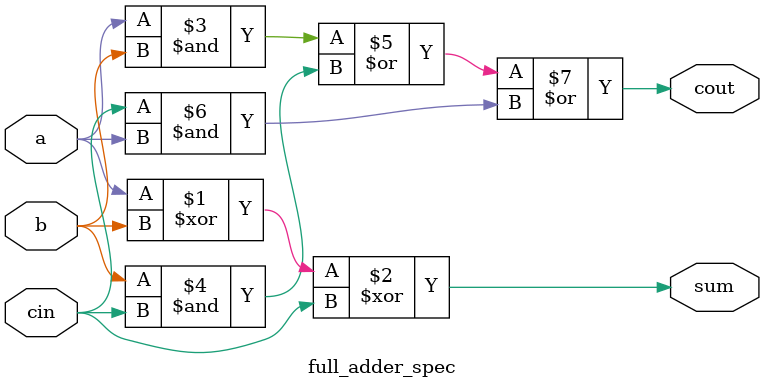
<source format=v>
module full_adder_spec(input [0:0] a, input [0:0] b, input [0:0] cin, output [0:0] sum, output [0:0] cout);
  assign sum = a ^ b ^ cin;  // sum is calculated using XOR
  assign cout = (a & b) | (b & cin) | (cin & a);  // carry-out is calculated using OR of ANDs
endmodule

</source>
